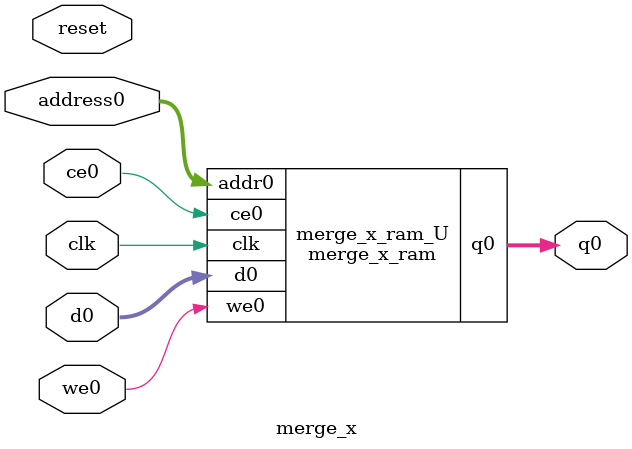
<source format=v>

`timescale 1 ns / 1 ps
module merge_x_ram (addr0, ce0, d0, we0, q0,  clk);

parameter DWIDTH = 64;
parameter AWIDTH = 4;
parameter MEM_SIZE = 10;

input[AWIDTH-1:0] addr0;
input ce0;
input[DWIDTH-1:0] d0;
input we0;
output reg[DWIDTH-1:0] q0;
input clk;

(* ram_style = "distributed" *)reg [DWIDTH-1:0] ram[0:MEM_SIZE-1];




always @(posedge clk)  
begin 
    if (ce0) 
    begin
        if (we0) 
        begin 
            ram[addr0] <= d0; 
            q0 <= d0;
        end 
        else 
            q0 <= ram[addr0];
    end
end


endmodule


`timescale 1 ns / 1 ps
module merge_x(
    reset,
    clk,
    address0,
    ce0,
    we0,
    d0,
    q0);

parameter DataWidth = 32'd64;
parameter AddressRange = 32'd10;
parameter AddressWidth = 32'd4;
input reset;
input clk;
input[AddressWidth - 1:0] address0;
input ce0;
input we0;
input[DataWidth - 1:0] d0;
output[DataWidth - 1:0] q0;



merge_x_ram merge_x_ram_U(
    .clk( clk ),
    .addr0( address0 ),
    .ce0( ce0 ),
    .d0( d0 ),
    .we0( we0 ),
    .q0( q0 ));

endmodule


</source>
